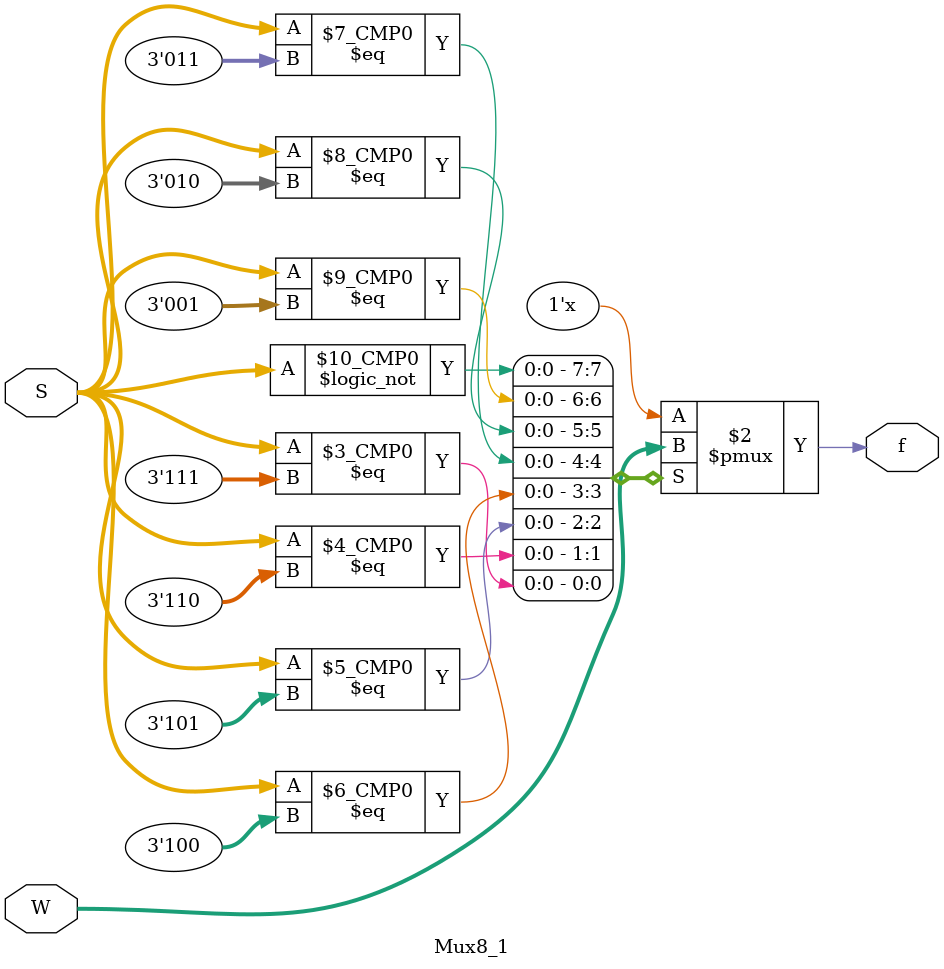
<source format=v>
module Mux8_1(W,S,f);
input [0:7]W;
input [2:0]S;
output reg f;
always @*
	begin
	case(S)
	0:f=W[0];
	1:f=W[1];
	2:f=W[2];
	3:f=W[3];
	4:f=W[4];
	5:f=W[5];
	6:f=W[6];
	7:f=W[7];
	endcase
	end
endmodule

</source>
